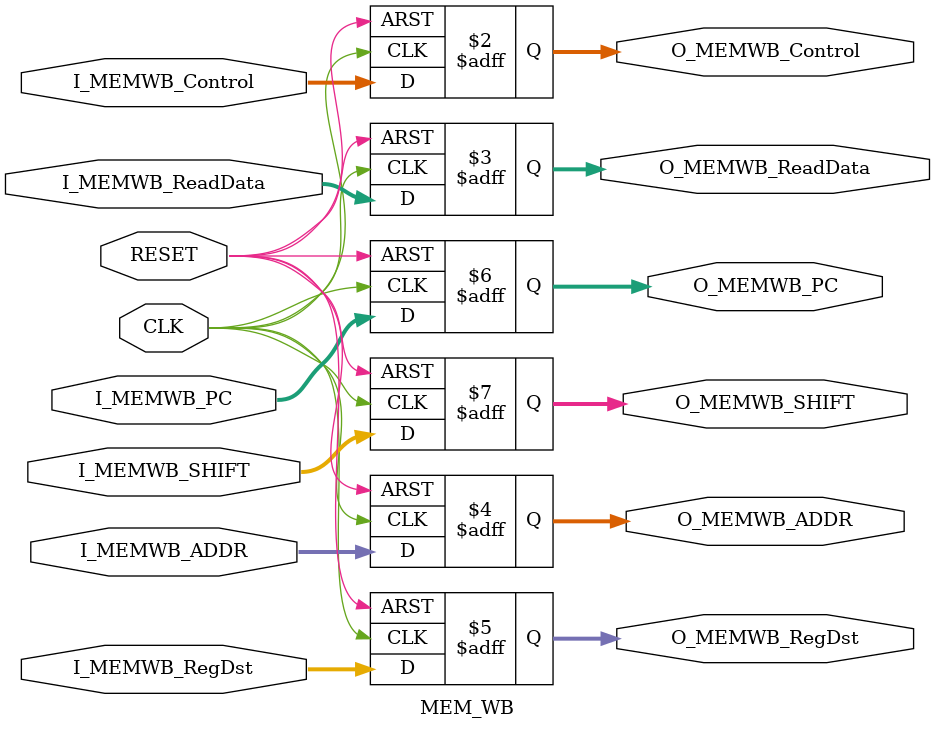
<source format=v>
`timescale 1ns / 1ps
module MEM_WB(
input CLK,
input RESET,
input [19:0] I_MEMWB_Control,
input [31:0] I_MEMWB_ReadData,
input [31:0] I_MEMWB_ADDR,
input [4:0] I_MEMWB_RegDst,
input [31:0] I_MEMWB_PC,
input [31:0] I_MEMWB_SHIFT,


output reg [19:0] O_MEMWB_Control,
output reg [31:0] O_MEMWB_ReadData,
output reg [31:0] O_MEMWB_ADDR,
output reg [4:0] O_MEMWB_RegDst,
output reg [31:0] O_MEMWB_PC,
output reg [31:0] O_MEMWB_SHIFT
    );

always @(posedge CLK, posedge RESET)
begin
	if(RESET)
	begin
		O_MEMWB_Control<=0;
		O_MEMWB_ReadData<=0;
		O_MEMWB_ADDR<=0;
		O_MEMWB_RegDst<=0;
		O_MEMWB_PC<=0;
		O_MEMWB_SHIFT<=0;
		
	end
	else
		begin
			O_MEMWB_Control<=I_MEMWB_Control;
			O_MEMWB_ReadData<=I_MEMWB_ReadData;
			O_MEMWB_ADDR<=I_MEMWB_ADDR;
			O_MEMWB_RegDst<=I_MEMWB_RegDst;
			O_MEMWB_PC<=I_MEMWB_PC;
			O_MEMWB_SHIFT<=I_MEMWB_SHIFT;
		end
end

endmodule

</source>
